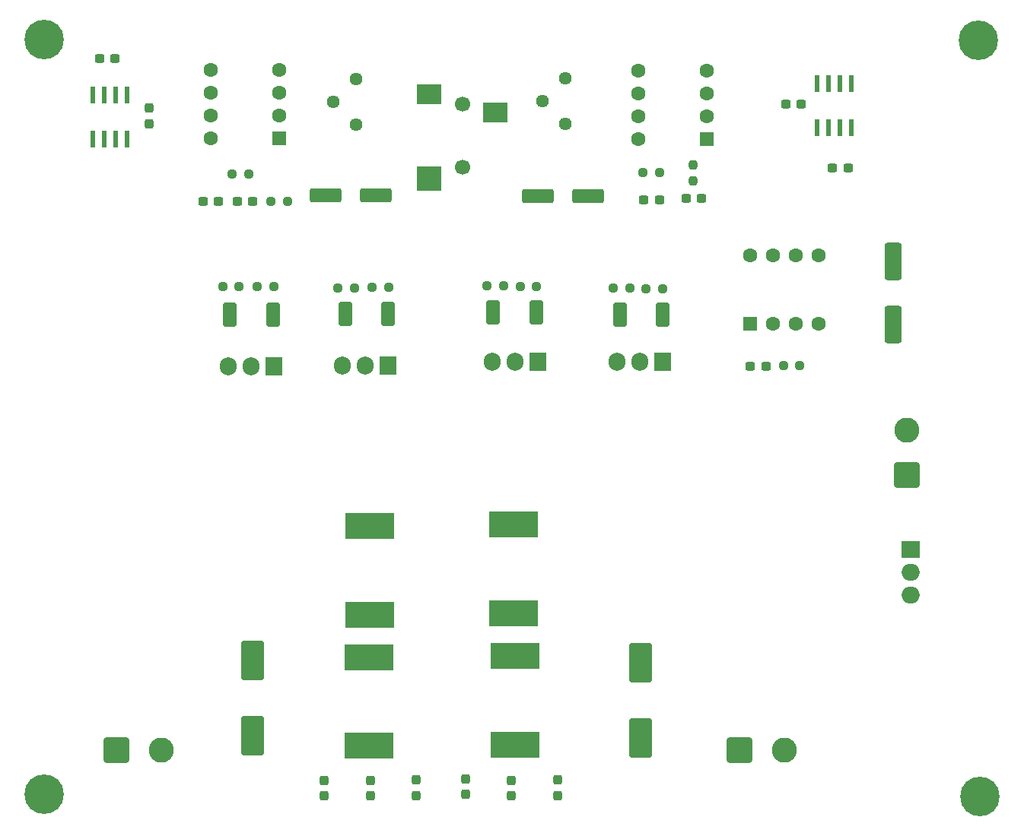
<source format=gbr>
%TF.GenerationSoftware,KiCad,Pcbnew,9.0.4*%
%TF.CreationDate,2025-09-07T12:41:53+05:30*%
%TF.ProjectId,STEREO  CLASS D AMP,53544552-454f-4202-9043-4c4153532044,rev?*%
%TF.SameCoordinates,Original*%
%TF.FileFunction,Soldermask,Top*%
%TF.FilePolarity,Negative*%
%FSLAX46Y46*%
G04 Gerber Fmt 4.6, Leading zero omitted, Abs format (unit mm)*
G04 Created by KiCad (PCBNEW 9.0.4) date 2025-09-07 12:41:53*
%MOMM*%
%LPD*%
G01*
G04 APERTURE LIST*
G04 Aperture macros list*
%AMRoundRect*
0 Rectangle with rounded corners*
0 $1 Rounding radius*
0 $2 $3 $4 $5 $6 $7 $8 $9 X,Y pos of 4 corners*
0 Add a 4 corners polygon primitive as box body*
4,1,4,$2,$3,$4,$5,$6,$7,$8,$9,$2,$3,0*
0 Add four circle primitives for the rounded corners*
1,1,$1+$1,$2,$3*
1,1,$1+$1,$4,$5*
1,1,$1+$1,$6,$7*
1,1,$1+$1,$8,$9*
0 Add four rect primitives between the rounded corners*
20,1,$1+$1,$2,$3,$4,$5,0*
20,1,$1+$1,$4,$5,$6,$7,0*
20,1,$1+$1,$6,$7,$8,$9,0*
20,1,$1+$1,$8,$9,$2,$3,0*%
G04 Aperture macros list end*
%ADD10C,0.700000*%
%ADD11C,4.400000*%
%ADD12R,5.400000X2.900000*%
%ADD13R,1.905000X2.000000*%
%ADD14O,1.905000X2.000000*%
%ADD15RoundRect,0.250000X-0.500000X-1.100000X0.500000X-1.100000X0.500000X1.100000X-0.500000X1.100000X0*%
%ADD16RoundRect,0.237500X-0.237500X0.300000X-0.237500X-0.300000X0.237500X-0.300000X0.237500X0.300000X0*%
%ADD17RoundRect,0.237500X-0.300000X-0.237500X0.300000X-0.237500X0.300000X0.237500X-0.300000X0.237500X0*%
%ADD18RoundRect,0.237500X0.250000X0.237500X-0.250000X0.237500X-0.250000X-0.237500X0.250000X-0.237500X0*%
%ADD19RoundRect,0.237500X-0.250000X-0.237500X0.250000X-0.237500X0.250000X0.237500X-0.250000X0.237500X0*%
%ADD20RoundRect,0.250001X-1.149999X-1.149999X1.149999X-1.149999X1.149999X1.149999X-1.149999X1.149999X0*%
%ADD21C,2.800000*%
%ADD22RoundRect,0.250000X0.700000X-1.825000X0.700000X1.825000X-0.700000X1.825000X-0.700000X-1.825000X0*%
%ADD23RoundRect,0.237500X0.300000X0.237500X-0.300000X0.237500X-0.300000X-0.237500X0.300000X-0.237500X0*%
%ADD24C,1.440000*%
%ADD25C,1.700000*%
%ADD26R,2.800000X2.200000*%
%ADD27R,2.800000X2.800000*%
%ADD28RoundRect,0.250000X1.500000X0.550000X-1.500000X0.550000X-1.500000X-0.550000X1.500000X-0.550000X0*%
%ADD29RoundRect,0.250000X0.550000X0.550000X-0.550000X0.550000X-0.550000X-0.550000X0.550000X-0.550000X0*%
%ADD30C,1.600000*%
%ADD31RoundRect,0.250000X-1.500000X-0.550000X1.500000X-0.550000X1.500000X0.550000X-1.500000X0.550000X0*%
%ADD32RoundRect,0.250001X1.149999X-1.149999X1.149999X1.149999X-1.149999X1.149999X-1.149999X-1.149999X0*%
%ADD33RoundRect,0.250000X0.550000X-0.550000X0.550000X0.550000X-0.550000X0.550000X-0.550000X-0.550000X0*%
%ADD34R,2.000000X1.905000*%
%ADD35O,2.000000X1.905000*%
%ADD36R,0.558800X1.981200*%
%ADD37RoundRect,0.237500X-0.237500X0.250000X-0.237500X-0.250000X0.237500X-0.250000X0.237500X0.250000X0*%
%ADD38RoundRect,0.250000X1.000000X-1.950000X1.000000X1.950000X-1.000000X1.950000X-1.000000X-1.950000X0*%
G04 APERTURE END LIST*
D10*
%TO.C,REF\u002A\u002A*%
X190426726Y-141806726D03*
X190910000Y-140640000D03*
X190910000Y-142973452D03*
X192076726Y-140156726D03*
D11*
X192076726Y-141806726D03*
D10*
X192076726Y-143456726D03*
X193243452Y-140640000D03*
X193243452Y-142973452D03*
X193726726Y-141806726D03*
%TD*%
%TO.C,REF\u002A\u002A*%
X193550560Y-57543169D03*
X193067286Y-58709895D03*
X193067286Y-56376443D03*
X191900560Y-59193169D03*
D11*
X191900560Y-57543169D03*
D10*
X191900560Y-55893169D03*
X190733834Y-58709895D03*
X190733834Y-56376443D03*
X190250560Y-57543169D03*
%TD*%
%TO.C,REF\u002A\u002A*%
X89591736Y-141570000D03*
X89108462Y-142736726D03*
X89108462Y-140403274D03*
X87941736Y-143220000D03*
D11*
X87941736Y-141570000D03*
D10*
X87941736Y-139920000D03*
X86775010Y-142736726D03*
X86775010Y-140403274D03*
X86291736Y-141570000D03*
%TD*%
%TO.C,REF\u002A\u002A*%
X89561736Y-57521736D03*
X89078462Y-58688462D03*
X89078462Y-56355010D03*
X87911736Y-59171736D03*
D11*
X87911736Y-57521736D03*
D10*
X87911736Y-55871736D03*
X86745010Y-58688462D03*
X86745010Y-56355010D03*
X86261736Y-57521736D03*
%TD*%
D12*
%TO.C,L3*%
X124061250Y-126290000D03*
X124061250Y-136190000D03*
%TD*%
D13*
%TO.C,Q4*%
X126211250Y-93800000D03*
D14*
X123671250Y-93800000D03*
X121131250Y-93800000D03*
%TD*%
D15*
%TO.C,D3*%
X108593750Y-88140000D03*
X113393750Y-88140000D03*
%TD*%
D12*
%TO.C,L1*%
X140161250Y-111490000D03*
X140161250Y-121390000D03*
%TD*%
D16*
%TO.C,C19*%
X124221250Y-140030000D03*
X124221250Y-141755000D03*
%TD*%
D17*
%TO.C,C7*%
X105561250Y-75530000D03*
X107286250Y-75530000D03*
%TD*%
D18*
%TO.C,R5*%
X110683750Y-72470000D03*
X108858750Y-72470000D03*
%TD*%
D16*
%TO.C,C15*%
X139921250Y-140045000D03*
X139921250Y-141770000D03*
%TD*%
D19*
%TO.C,R10*%
X111628750Y-85030000D03*
X113453750Y-85030000D03*
%TD*%
D20*
%TO.C,J2*%
X165271250Y-136630000D03*
D21*
X170271250Y-136630000D03*
%TD*%
D13*
%TO.C,Q2*%
X142851250Y-93380000D03*
D14*
X140311250Y-93380000D03*
X137771250Y-93380000D03*
%TD*%
D22*
%TO.C,C1*%
X182431250Y-89205000D03*
X182431250Y-82255000D03*
%TD*%
D23*
%TO.C,C5*%
X161066250Y-75190000D03*
X159341250Y-75190000D03*
%TD*%
D15*
%TO.C,D1*%
X151983750Y-88180000D03*
X156783750Y-88180000D03*
%TD*%
D17*
%TO.C,C4*%
X154643750Y-75380000D03*
X156368750Y-75380000D03*
%TD*%
D18*
%TO.C,R13*%
X122441250Y-85170000D03*
X120616250Y-85170000D03*
%TD*%
D20*
%TO.C,J3*%
X95911250Y-136667500D03*
D21*
X100911250Y-136667500D03*
%TD*%
D18*
%TO.C,R4*%
X114986250Y-75510000D03*
X113161250Y-75510000D03*
%TD*%
D13*
%TO.C,Q3*%
X113501250Y-93890000D03*
D14*
X110961250Y-93890000D03*
X108421250Y-93890000D03*
%TD*%
D24*
%TO.C,RV1*%
X145941250Y-61830000D03*
X143401250Y-64370000D03*
X145941250Y-66910000D03*
%TD*%
D25*
%TO.C,J4*%
X134441250Y-64730000D03*
X134441250Y-71730000D03*
D26*
X138141250Y-65630000D03*
X130741250Y-63630000D03*
D27*
X130741250Y-73030000D03*
%TD*%
D17*
%TO.C,C9*%
X170428750Y-64680000D03*
X172153750Y-64680000D03*
%TD*%
D16*
%TO.C,C14*%
X145051250Y-139982500D03*
X145051250Y-141707500D03*
%TD*%
D12*
%TO.C,L4*%
X124121250Y-111690000D03*
X124121250Y-121590000D03*
%TD*%
D13*
%TO.C,Q1*%
X156731250Y-93380000D03*
D14*
X154191250Y-93380000D03*
X151651250Y-93380000D03*
%TD*%
D17*
%TO.C,C10*%
X175638750Y-71790000D03*
X177363750Y-71790000D03*
%TD*%
D24*
%TO.C,RV2*%
X122641250Y-61890000D03*
X120101250Y-64430000D03*
X122641250Y-66970000D03*
%TD*%
D19*
%TO.C,R1*%
X170191250Y-93810000D03*
X172016250Y-93810000D03*
%TD*%
D17*
%TO.C,C6*%
X109403750Y-75540000D03*
X111128750Y-75540000D03*
%TD*%
D18*
%TO.C,R11*%
X109621250Y-85020000D03*
X107796250Y-85020000D03*
%TD*%
D12*
%TO.C,L2*%
X140341250Y-126170000D03*
X140341250Y-136070000D03*
%TD*%
D18*
%TO.C,R7*%
X153063750Y-85210000D03*
X151238750Y-85210000D03*
%TD*%
D28*
%TO.C,C3*%
X148431250Y-74920000D03*
X142831250Y-74920000D03*
%TD*%
D18*
%TO.C,R3*%
X156406250Y-72300000D03*
X154581250Y-72300000D03*
%TD*%
D29*
%TO.C,U4*%
X114041250Y-68510000D03*
D30*
X114041250Y-65970000D03*
X114041250Y-63430000D03*
X114041250Y-60890000D03*
X106421250Y-60890000D03*
X106421250Y-63430000D03*
X106421250Y-65970000D03*
X106421250Y-68510000D03*
%TD*%
D31*
%TO.C,C8*%
X119261250Y-74820000D03*
X124861250Y-74820000D03*
%TD*%
D19*
%TO.C,R6*%
X154898750Y-85240000D03*
X156723750Y-85240000D03*
%TD*%
D23*
%TO.C,C12*%
X95803750Y-59620000D03*
X94078750Y-59620000D03*
%TD*%
D16*
%TO.C,C20*%
X119091250Y-140052500D03*
X119091250Y-141777500D03*
%TD*%
D32*
%TO.C,J1*%
X183878750Y-105975000D03*
D21*
X183878750Y-100975000D03*
%TD*%
D33*
%TO.C,U2*%
X166461250Y-89150000D03*
D30*
X169001250Y-89150000D03*
X171541250Y-89150000D03*
X174081250Y-89150000D03*
X174081250Y-81530000D03*
X171541250Y-81530000D03*
X169001250Y-81530000D03*
X166461250Y-81530000D03*
%TD*%
D15*
%TO.C,D2*%
X137871250Y-87900000D03*
X142671250Y-87900000D03*
%TD*%
D34*
%TO.C,U1*%
X184341250Y-114295000D03*
D35*
X184341250Y-116835000D03*
X184341250Y-119375000D03*
%TD*%
D19*
%TO.C,R12*%
X124416250Y-85130000D03*
X126241250Y-85130000D03*
%TD*%
D18*
%TO.C,R8*%
X139043750Y-84950000D03*
X137218750Y-84950000D03*
%TD*%
D29*
%TO.C,U3*%
X161621250Y-68550000D03*
D30*
X161621250Y-66010000D03*
X161621250Y-63470000D03*
X161621250Y-60930000D03*
X154001250Y-60930000D03*
X154001250Y-63470000D03*
X154001250Y-66010000D03*
X154001250Y-68550000D03*
%TD*%
D16*
%TO.C,C11*%
X99581250Y-65140000D03*
X99581250Y-66865000D03*
%TD*%
D23*
%TO.C,C2*%
X168216250Y-93870000D03*
X166491250Y-93870000D03*
%TD*%
D36*
%TO.C,U5*%
X173916250Y-67334999D03*
X175186250Y-67334999D03*
X176456250Y-67334999D03*
X177726250Y-67334999D03*
X177726250Y-62405001D03*
X176456250Y-62405001D03*
X175186250Y-62405001D03*
X173916250Y-62405001D03*
%TD*%
D37*
%TO.C,R2*%
X160141250Y-71457500D03*
X160141250Y-73282500D03*
%TD*%
D15*
%TO.C,D4*%
X121401250Y-88030000D03*
X126201250Y-88030000D03*
%TD*%
D16*
%TO.C,C18*%
X129351250Y-140000000D03*
X129351250Y-141725000D03*
%TD*%
D36*
%TO.C,U6*%
X97126250Y-63665001D03*
X95856250Y-63665001D03*
X94586250Y-63665001D03*
X93316250Y-63665001D03*
X93316250Y-68594999D03*
X94586250Y-68594999D03*
X95856250Y-68594999D03*
X97126250Y-68594999D03*
%TD*%
D16*
%TO.C,C16*%
X134791250Y-139875000D03*
X134791250Y-141600000D03*
%TD*%
D38*
%TO.C,C13*%
X154251250Y-135290000D03*
X154251250Y-126890000D03*
%TD*%
%TO.C,C17*%
X111141250Y-135070000D03*
X111141250Y-126670000D03*
%TD*%
D19*
%TO.C,R9*%
X140878750Y-84980000D03*
X142703750Y-84980000D03*
%TD*%
M02*

</source>
